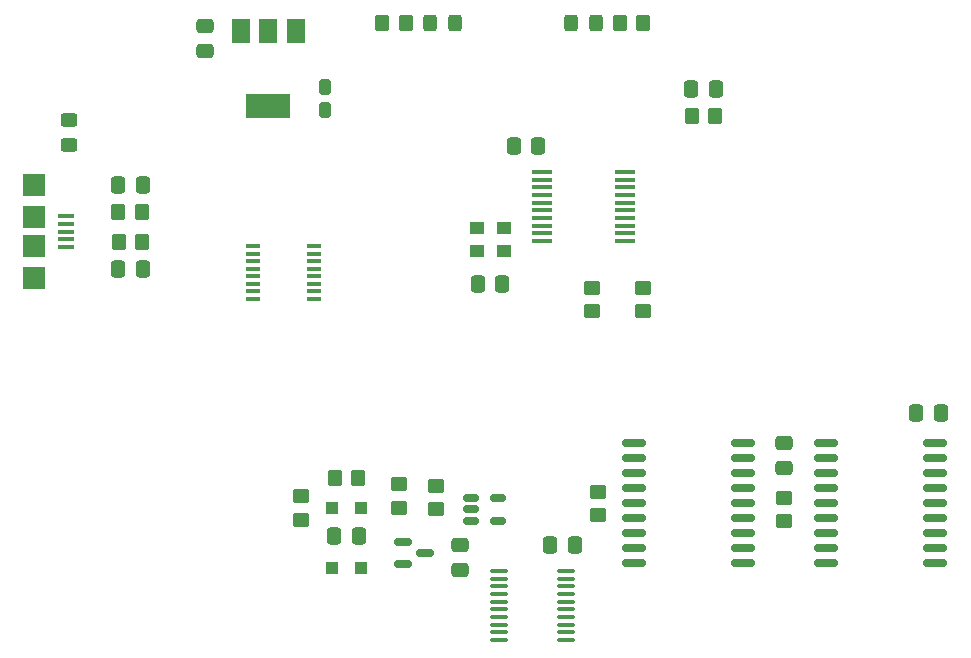
<source format=gtp>
G04 #@! TF.GenerationSoftware,KiCad,Pcbnew,(6.0.9)*
G04 #@! TF.CreationDate,2022-11-27T19:02:43-05:00*
G04 #@! TF.ProjectId,usbcounter,75736263-6f75-46e7-9465-722e6b696361,rev?*
G04 #@! TF.SameCoordinates,Original*
G04 #@! TF.FileFunction,Paste,Top*
G04 #@! TF.FilePolarity,Positive*
%FSLAX46Y46*%
G04 Gerber Fmt 4.6, Leading zero omitted, Abs format (unit mm)*
G04 Created by KiCad (PCBNEW (6.0.9)) date 2022-11-27 19:02:43*
%MOMM*%
%LPD*%
G01*
G04 APERTURE LIST*
G04 Aperture macros list*
%AMRoundRect*
0 Rectangle with rounded corners*
0 $1 Rounding radius*
0 $2 $3 $4 $5 $6 $7 $8 $9 X,Y pos of 4 corners*
0 Add a 4 corners polygon primitive as box body*
4,1,4,$2,$3,$4,$5,$6,$7,$8,$9,$2,$3,0*
0 Add four circle primitives for the rounded corners*
1,1,$1+$1,$2,$3*
1,1,$1+$1,$4,$5*
1,1,$1+$1,$6,$7*
1,1,$1+$1,$8,$9*
0 Add four rect primitives between the rounded corners*
20,1,$1+$1,$2,$3,$4,$5,0*
20,1,$1+$1,$4,$5,$6,$7,0*
20,1,$1+$1,$6,$7,$8,$9,0*
20,1,$1+$1,$8,$9,$2,$3,0*%
G04 Aperture macros list end*
%ADD10RoundRect,0.250000X0.337500X0.475000X-0.337500X0.475000X-0.337500X-0.475000X0.337500X-0.475000X0*%
%ADD11RoundRect,0.250000X0.325000X0.450000X-0.325000X0.450000X-0.325000X-0.450000X0.325000X-0.450000X0*%
%ADD12RoundRect,0.250000X-0.350000X-0.450000X0.350000X-0.450000X0.350000X0.450000X-0.350000X0.450000X0*%
%ADD13RoundRect,0.250000X-0.450000X0.350000X-0.450000X-0.350000X0.450000X-0.350000X0.450000X0.350000X0*%
%ADD14RoundRect,0.250000X0.450000X-0.350000X0.450000X0.350000X-0.450000X0.350000X-0.450000X-0.350000X0*%
%ADD15RoundRect,0.150000X-0.512500X-0.150000X0.512500X-0.150000X0.512500X0.150000X-0.512500X0.150000X0*%
%ADD16R,1.500000X2.000000*%
%ADD17R,3.800000X2.000000*%
%ADD18R,1.000000X1.000000*%
%ADD19RoundRect,0.250000X-0.475000X0.337500X-0.475000X-0.337500X0.475000X-0.337500X0.475000X0.337500X0*%
%ADD20R,1.800000X0.450000*%
%ADD21RoundRect,0.250000X0.450000X-0.325000X0.450000X0.325000X-0.450000X0.325000X-0.450000X-0.325000X0*%
%ADD22RoundRect,0.250000X0.350000X0.450000X-0.350000X0.450000X-0.350000X-0.450000X0.350000X-0.450000X0*%
%ADD23RoundRect,0.250000X0.475000X-0.337500X0.475000X0.337500X-0.475000X0.337500X-0.475000X-0.337500X0*%
%ADD24RoundRect,0.150000X-0.875000X-0.150000X0.875000X-0.150000X0.875000X0.150000X-0.875000X0.150000X0*%
%ADD25RoundRect,0.150000X-0.587500X-0.150000X0.587500X-0.150000X0.587500X0.150000X-0.587500X0.150000X0*%
%ADD26RoundRect,0.250000X-0.337500X-0.475000X0.337500X-0.475000X0.337500X0.475000X-0.337500X0.475000X0*%
%ADD27R,1.350000X0.400000*%
%ADD28R,1.900000X1.900000*%
%ADD29R,1.200000X0.400000*%
%ADD30RoundRect,0.250000X0.275000X-0.400000X0.275000X0.400000X-0.275000X0.400000X-0.275000X-0.400000X0*%
%ADD31R,1.300000X1.100000*%
%ADD32RoundRect,0.100000X-0.637500X-0.100000X0.637500X-0.100000X0.637500X0.100000X-0.637500X0.100000X0*%
G04 APERTURE END LIST*
D10*
X82063500Y-98298000D03*
X79988500Y-98298000D03*
D11*
X102117000Y-54864000D03*
X100067000Y-54864000D03*
D12*
X61722000Y-70866000D03*
X63722000Y-70866000D03*
D10*
X63775500Y-75692000D03*
X61700500Y-75692000D03*
D13*
X77216000Y-94885000D03*
X77216000Y-96885000D03*
D10*
X63775500Y-68580000D03*
X61700500Y-68580000D03*
D14*
X85471000Y-95885000D03*
X85471000Y-93885000D03*
X102362000Y-96520000D03*
X102362000Y-94520000D03*
D15*
X91572500Y-95062000D03*
X91572500Y-96012000D03*
X91572500Y-96962000D03*
X93847500Y-96962000D03*
X93847500Y-95062000D03*
D13*
X106172000Y-77232000D03*
X106172000Y-79232000D03*
D16*
X76722000Y-55524000D03*
X74422000Y-55524000D03*
D17*
X74422000Y-61824000D03*
D16*
X72122000Y-55524000D03*
D18*
X79776000Y-95885000D03*
X82276000Y-95885000D03*
D19*
X69088000Y-55096500D03*
X69088000Y-57171500D03*
D20*
X97542000Y-67433000D03*
X97542000Y-68083000D03*
X97542000Y-68733000D03*
X97542000Y-69383000D03*
X97542000Y-70033000D03*
X97542000Y-70683000D03*
X97542000Y-71333000D03*
X97542000Y-71983000D03*
X97542000Y-72633000D03*
X97542000Y-73283000D03*
X104642000Y-73283000D03*
X104642000Y-72633000D03*
X104642000Y-71983000D03*
X104642000Y-71333000D03*
X104642000Y-70683000D03*
X104642000Y-70033000D03*
X104642000Y-69383000D03*
X104642000Y-68733000D03*
X104642000Y-68083000D03*
X104642000Y-67433000D03*
D10*
X97282000Y-65278000D03*
X95207000Y-65278000D03*
D21*
X57516499Y-65134136D03*
X57516499Y-63084136D03*
D22*
X63738000Y-73406000D03*
X61738000Y-73406000D03*
D10*
X112289500Y-60452000D03*
X110214500Y-60452000D03*
X94234000Y-76962000D03*
X92159000Y-76962000D03*
D13*
X101854000Y-77232000D03*
X101854000Y-79232000D03*
D12*
X104156000Y-54864000D03*
X106156000Y-54864000D03*
D11*
X90179000Y-54864000D03*
X88129000Y-54864000D03*
D23*
X118110000Y-92477500D03*
X118110000Y-90402500D03*
D10*
X100373000Y-99060000D03*
X98298000Y-99060000D03*
D23*
X90678000Y-101113500D03*
X90678000Y-99038500D03*
D24*
X121588000Y-90424000D03*
X121588000Y-91694000D03*
X121588000Y-92964000D03*
X121588000Y-94234000D03*
X121588000Y-95504000D03*
X121588000Y-96774000D03*
X121588000Y-98044000D03*
X121588000Y-99314000D03*
X121588000Y-100584000D03*
X130888000Y-100584000D03*
X130888000Y-99314000D03*
X130888000Y-98044000D03*
X130888000Y-96774000D03*
X130888000Y-95504000D03*
X130888000Y-94234000D03*
X130888000Y-92964000D03*
X130888000Y-91694000D03*
X130888000Y-90424000D03*
D25*
X85803500Y-98745000D03*
X85803500Y-100645000D03*
X87678500Y-99695000D03*
D22*
X86074000Y-54864000D03*
X84074000Y-54864000D03*
D24*
X105332000Y-90424000D03*
X105332000Y-91694000D03*
X105332000Y-92964000D03*
X105332000Y-94234000D03*
X105332000Y-95504000D03*
X105332000Y-96774000D03*
X105332000Y-98044000D03*
X105332000Y-99314000D03*
X105332000Y-100584000D03*
X114632000Y-100584000D03*
X114632000Y-99314000D03*
X114632000Y-98044000D03*
X114632000Y-96774000D03*
X114632000Y-95504000D03*
X114632000Y-94234000D03*
X114632000Y-92964000D03*
X114632000Y-91694000D03*
X114632000Y-90424000D03*
D14*
X118110000Y-97012000D03*
X118110000Y-95012000D03*
D12*
X80026000Y-93345000D03*
X82026000Y-93345000D03*
D13*
X88646000Y-94012000D03*
X88646000Y-96012000D03*
D26*
X129286000Y-87884000D03*
X131361000Y-87884000D03*
D27*
X57277999Y-71191136D03*
X57277999Y-73791136D03*
X57277999Y-71841136D03*
X57277999Y-72491136D03*
X57277999Y-73141136D03*
D28*
X54602999Y-68541136D03*
X54602999Y-71291136D03*
X54602999Y-73691136D03*
X54602999Y-76441136D03*
D22*
X112252000Y-62738000D03*
X110252000Y-62738000D03*
D29*
X73092000Y-73723500D03*
X73092000Y-74358500D03*
X73092000Y-74993500D03*
X73092000Y-75628500D03*
X73092000Y-76263500D03*
X73092000Y-76898500D03*
X73092000Y-77533500D03*
X73092000Y-78168500D03*
X78292000Y-78168500D03*
X78292000Y-77533500D03*
X78292000Y-76898500D03*
X78292000Y-76263500D03*
X78292000Y-75628500D03*
X78292000Y-74993500D03*
X78292000Y-74358500D03*
X78292000Y-73723500D03*
D30*
X79248000Y-62189000D03*
X79248000Y-60239000D03*
D31*
X92068000Y-74102000D03*
X94368000Y-74102000D03*
X94368000Y-72202000D03*
X92068000Y-72202000D03*
D18*
X82276000Y-100965000D03*
X79776000Y-100965000D03*
D32*
X93911500Y-101215000D03*
X93911500Y-101865000D03*
X93911500Y-102515000D03*
X93911500Y-103165000D03*
X93911500Y-103815000D03*
X93911500Y-104465000D03*
X93911500Y-105115000D03*
X93911500Y-105765000D03*
X93911500Y-106415000D03*
X93911500Y-107065000D03*
X99636500Y-107065000D03*
X99636500Y-106415000D03*
X99636500Y-105765000D03*
X99636500Y-105115000D03*
X99636500Y-104465000D03*
X99636500Y-103815000D03*
X99636500Y-103165000D03*
X99636500Y-102515000D03*
X99636500Y-101865000D03*
X99636500Y-101215000D03*
M02*

</source>
